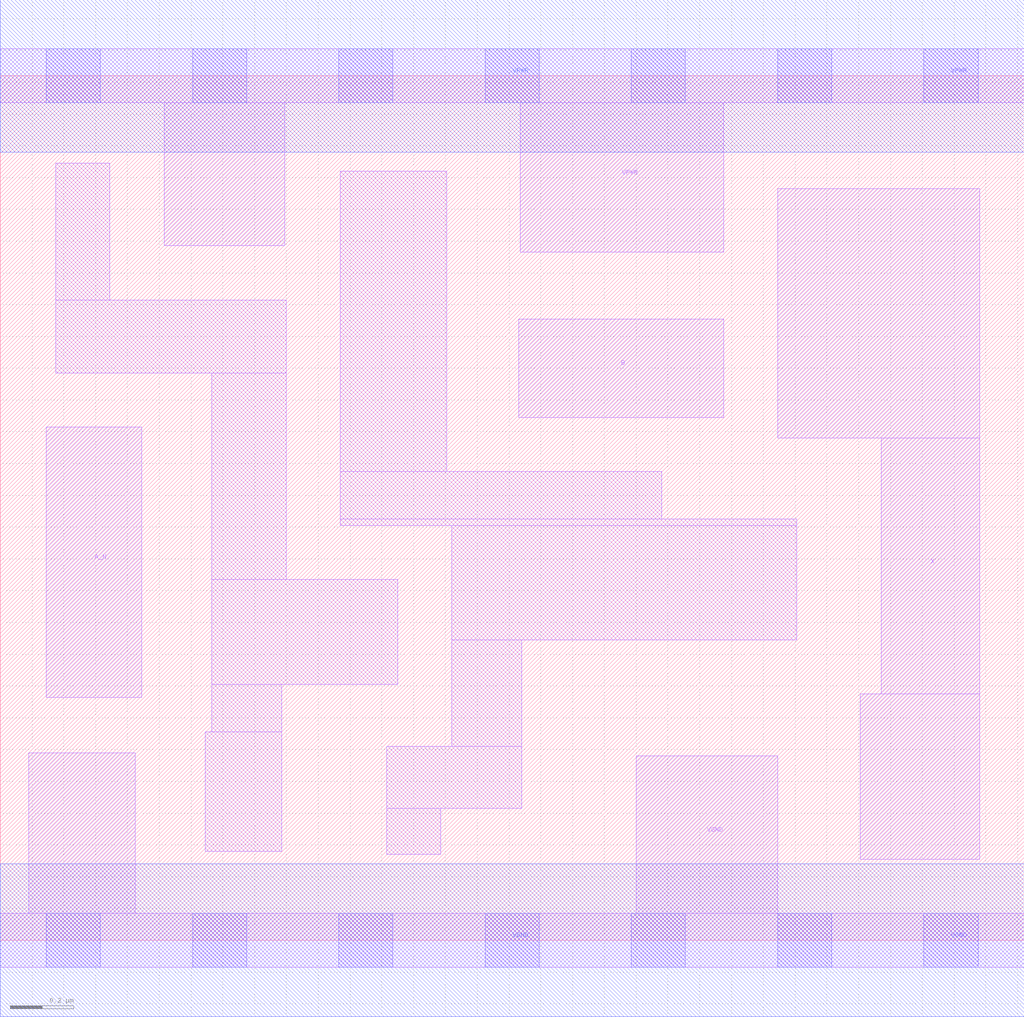
<source format=lef>
# Copyright 2020 The SkyWater PDK Authors
#
# Licensed under the Apache License, Version 2.0 (the "License");
# you may not use this file except in compliance with the License.
# You may obtain a copy of the License at
#
#     https://www.apache.org/licenses/LICENSE-2.0
#
# Unless required by applicable law or agreed to in writing, software
# distributed under the License is distributed on an "AS IS" BASIS,
# WITHOUT WARRANTIES OR CONDITIONS OF ANY KIND, either express or implied.
# See the License for the specific language governing permissions and
# limitations under the License.
#
# SPDX-License-Identifier: Apache-2.0

VERSION 5.7 ;
  NAMESCASESENSITIVE ON ;
  NOWIREEXTENSIONATPIN ON ;
  DIVIDERCHAR "/" ;
  BUSBITCHARS "[]" ;
UNITS
  DATABASE MICRONS 200 ;
END UNITS
PROPERTYDEFINITIONS
  MACRO maskLayoutSubType STRING ;
  MACRO prCellType STRING ;
  MACRO originalViewName STRING ;
END PROPERTYDEFINITIONS
MACRO sky130_fd_sc_hdll__and2b_1
  CLASS CORE ;
  FOREIGN sky130_fd_sc_hdll__and2b_1 ;
  ORIGIN  0.000000  0.000000 ;
  SIZE  3.220000 BY  2.720000 ;
  SYMMETRY X Y R90 ;
  SITE unithd ;
  PIN A_N
    ANTENNAGATEAREA  0.138600 ;
    DIRECTION INPUT ;
    USE SIGNAL ;
    PORT
      LAYER li1 ;
        RECT 0.145000 0.765000 0.445000 1.615000 ;
    END
  END A_N
  PIN B
    ANTENNAGATEAREA  0.138600 ;
    DIRECTION INPUT ;
    USE SIGNAL ;
    PORT
      LAYER li1 ;
        RECT 1.630000 1.645000 2.275000 1.955000 ;
    END
  END B
  PIN X
    ANTENNADIFFAREA  0.505000 ;
    DIRECTION OUTPUT ;
    USE SIGNAL ;
    PORT
      LAYER li1 ;
        RECT 2.445000 1.580000 3.080000 2.365000 ;
        RECT 2.705000 0.255000 3.080000 0.775000 ;
        RECT 2.770000 0.775000 3.080000 1.580000 ;
    END
  END X
  PIN VGND
    DIRECTION INOUT ;
    USE GROUND ;
    PORT
      LAYER li1 ;
        RECT 0.000000 -0.085000 3.220000 0.085000 ;
        RECT 0.090000  0.085000 0.425000 0.590000 ;
        RECT 2.000000  0.085000 2.445000 0.580000 ;
      LAYER mcon ;
        RECT 0.145000 -0.085000 0.315000 0.085000 ;
        RECT 0.605000 -0.085000 0.775000 0.085000 ;
        RECT 1.065000 -0.085000 1.235000 0.085000 ;
        RECT 1.525000 -0.085000 1.695000 0.085000 ;
        RECT 1.985000 -0.085000 2.155000 0.085000 ;
        RECT 2.445000 -0.085000 2.615000 0.085000 ;
        RECT 2.905000 -0.085000 3.075000 0.085000 ;
      LAYER met1 ;
        RECT 0.000000 -0.240000 3.220000 0.240000 ;
    END
  END VGND
  PIN VPWR
    DIRECTION INOUT ;
    USE POWER ;
    PORT
      LAYER li1 ;
        RECT 0.000000 2.635000 3.220000 2.805000 ;
        RECT 0.515000 2.185000 0.895000 2.635000 ;
        RECT 1.635000 2.165000 2.275000 2.635000 ;
      LAYER mcon ;
        RECT 0.145000 2.635000 0.315000 2.805000 ;
        RECT 0.605000 2.635000 0.775000 2.805000 ;
        RECT 1.065000 2.635000 1.235000 2.805000 ;
        RECT 1.525000 2.635000 1.695000 2.805000 ;
        RECT 1.985000 2.635000 2.155000 2.805000 ;
        RECT 2.445000 2.635000 2.615000 2.805000 ;
        RECT 2.905000 2.635000 3.075000 2.805000 ;
      LAYER met1 ;
        RECT 0.000000 2.480000 3.220000 2.960000 ;
    END
  END VPWR
  OBS
    LAYER li1 ;
      RECT 0.175000 1.785000 0.900000 2.015000 ;
      RECT 0.175000 2.015000 0.345000 2.445000 ;
      RECT 0.645000 0.280000 0.885000 0.655000 ;
      RECT 0.665000 0.655000 0.885000 0.805000 ;
      RECT 0.665000 0.805000 1.250000 1.135000 ;
      RECT 0.665000 1.135000 0.900000 1.785000 ;
      RECT 1.070000 1.305000 2.505000 1.325000 ;
      RECT 1.070000 1.325000 2.080000 1.475000 ;
      RECT 1.070000 1.475000 1.405000 2.420000 ;
      RECT 1.215000 0.270000 1.385000 0.415000 ;
      RECT 1.215000 0.415000 1.640000 0.610000 ;
      RECT 1.420000 0.610000 1.640000 0.945000 ;
      RECT 1.420000 0.945000 2.505000 1.305000 ;
  END
  PROPERTY maskLayoutSubType "abstract" ;
  PROPERTY prCellType "standard" ;
  PROPERTY originalViewName "layout" ;
END sky130_fd_sc_hdll__and2b_1

</source>
